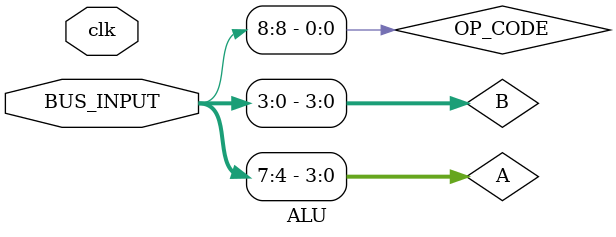
<source format=v>
`timescale 1ns / 1ps


module ALU(
    input [11:0] BUS_INPUT,
    input clk
    );
    
    
    reg [3:0] A;
    reg [3:0] B;
    
    parameter ADD = 0, SUB = 1, INC = 2, DEC = 3, COMP = 4;
    wire OP_CODE;
    
    assign OP_CODE = BUS_INPUT[11:8];
    
    always @ (BUS_INPUT)
        begin
            A = BUS_INPUT[7:4];
            B = BUS_INPUT[3:0];
        end
    
    always @ (posedge clk)
        begin
            case(OP_CODE)
               ADD: begin
                        A <= A + B;
                    end
               SUB: begin
                        A <= A - B;
                    end
            endcase
        end
    
    
endmodule

</source>
